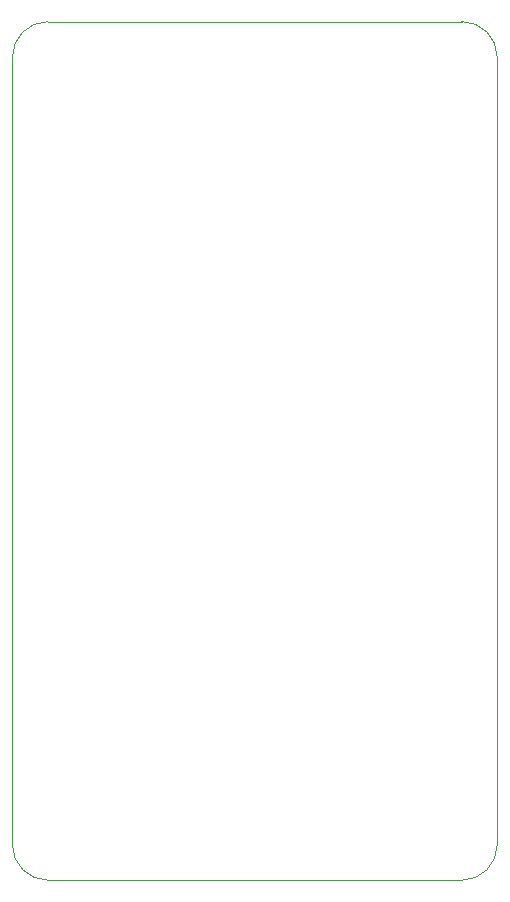
<source format=gm1>
%TF.GenerationSoftware,KiCad,Pcbnew,9.0.0*%
%TF.CreationDate,2025-02-24T12:48:06+01:00*%
%TF.ProjectId,mixed_signal,6d697865-645f-4736-9967-6e616c2e6b69,rev?*%
%TF.SameCoordinates,Original*%
%TF.FileFunction,Profile,NP*%
%FSLAX45Y45*%
G04 Gerber Fmt 4.5, Leading zero omitted, Abs format (unit mm)*
G04 Created by KiCad (PCBNEW 9.0.0) date 2025-02-24 12:48:06*
%MOMM*%
%LPD*%
G01*
G04 APERTURE LIST*
%TA.AperFunction,Profile*%
%ADD10C,0.050000*%
%TD*%
G04 APERTURE END LIST*
D10*
X16275000Y-3917500D02*
X16275000Y-10587500D01*
X15975000Y-3617500D02*
G75*
G02*
X16275000Y-3917500I0J-300000D01*
G01*
X12470000Y-10887500D02*
G75*
G02*
X12170000Y-10587500I0J300000D01*
G01*
X12170000Y-3917500D02*
G75*
G02*
X12470000Y-3617500I300000J0D01*
G01*
X16275000Y-10587500D02*
G75*
G02*
X15975000Y-10887500I-300000J0D01*
G01*
X12170000Y-10587500D02*
X12170000Y-3917500D01*
X15975000Y-10887500D02*
X12470000Y-10887500D01*
X12470000Y-3617500D02*
X15975000Y-3617500D01*
M02*

</source>
